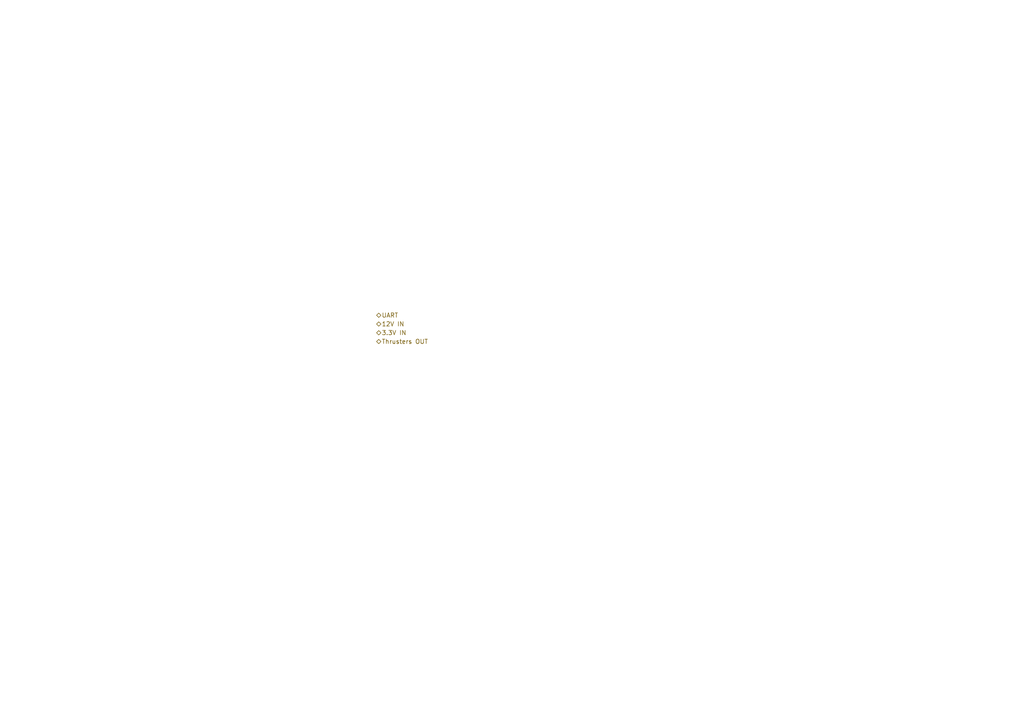
<source format=kicad_sch>
(kicad_sch (version 20230819) (generator eeschema)
  (paper "A4")
  (lib_symbols)
  (hierarchical_label "12V IN" (shape bidirectional) (at 109.22 93.98 0))
  (hierarchical_label "3.3V IN" (shape bidirectional) (at 109.22 96.52 0))
  (hierarchical_label "UART" (shape bidirectional) (at 109.22 91.44 0))
  (hierarchical_label "Thrusters OUT" (shape bidirectional) (at 109.22 99.06 0))
)
</source>
